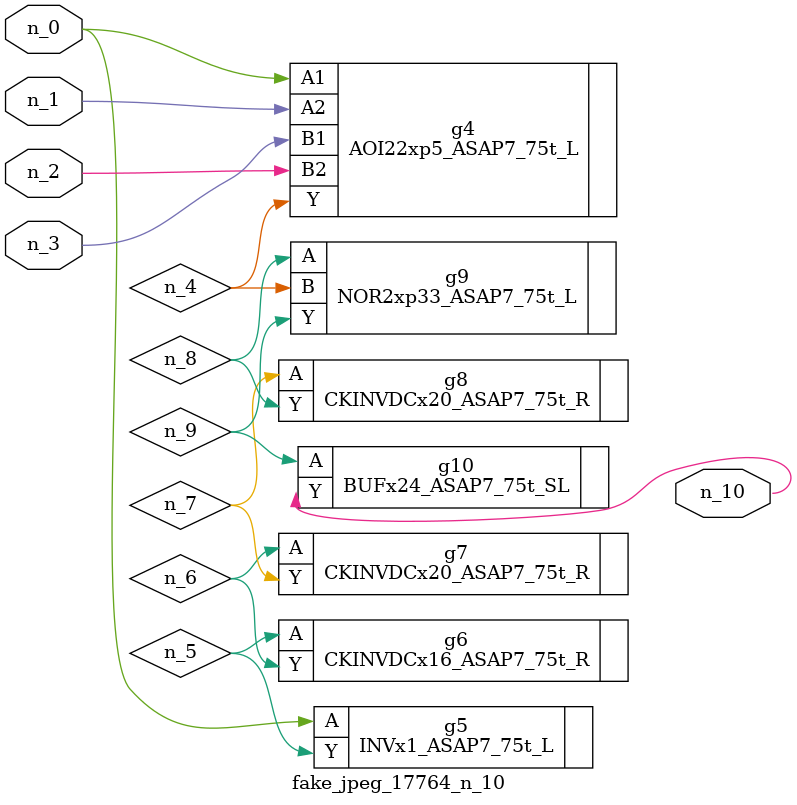
<source format=v>
module fake_jpeg_17764_n_10 (n_0, n_3, n_2, n_1, n_10);

input n_0;
input n_3;
input n_2;
input n_1;

output n_10;

wire n_4;
wire n_8;
wire n_9;
wire n_6;
wire n_5;
wire n_7;

AOI22xp5_ASAP7_75t_L g4 ( 
.A1(n_0),
.A2(n_1),
.B1(n_3),
.B2(n_2),
.Y(n_4)
);

INVx1_ASAP7_75t_L g5 ( 
.A(n_0),
.Y(n_5)
);

CKINVDCx16_ASAP7_75t_R g6 ( 
.A(n_5),
.Y(n_6)
);

CKINVDCx20_ASAP7_75t_R g7 ( 
.A(n_6),
.Y(n_7)
);

CKINVDCx20_ASAP7_75t_R g8 ( 
.A(n_7),
.Y(n_8)
);

NOR2xp33_ASAP7_75t_L g9 ( 
.A(n_8),
.B(n_4),
.Y(n_9)
);

BUFx24_ASAP7_75t_SL g10 ( 
.A(n_9),
.Y(n_10)
);


endmodule
</source>
